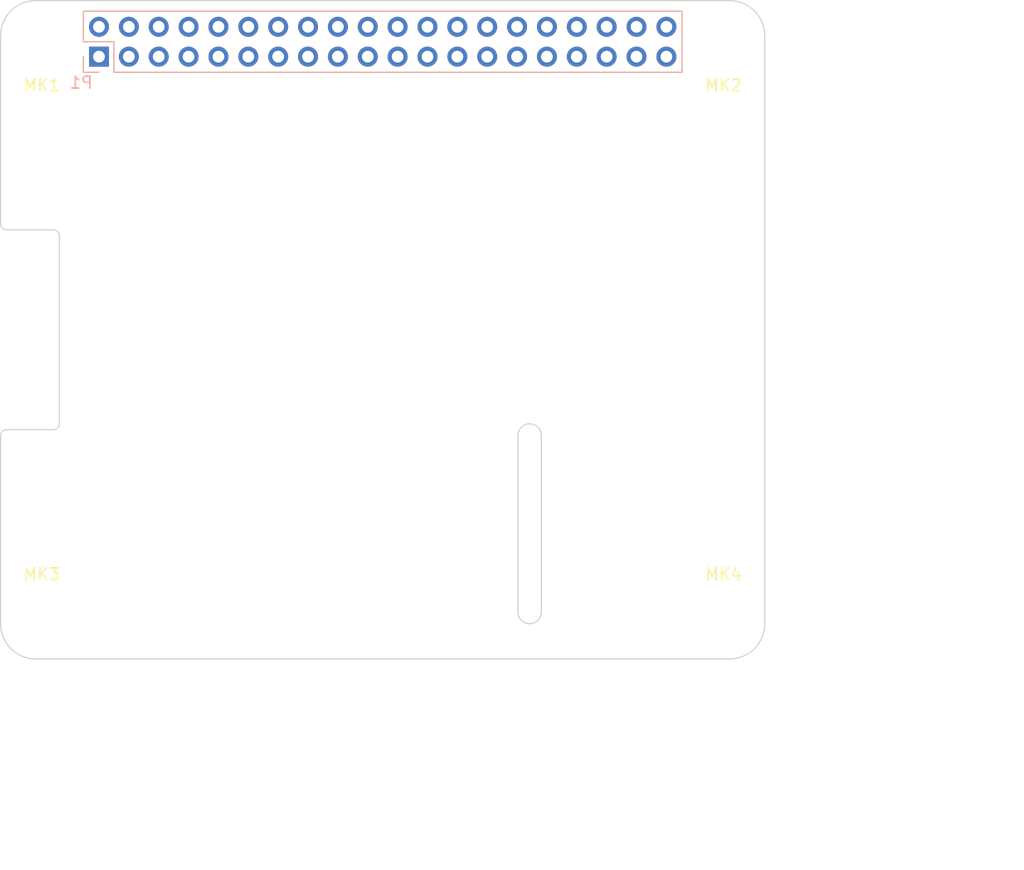
<source format=kicad_pcb>
(kicad_pcb (version 20211014) (generator pcbnew)
  (title_block (date "15 nov 2012"))
  (layers (0 "F.Cu" signal) (31 "B.Cu" signal) (34 "B.Paste" user) (35 "F.Paste" user) (36 "B.SilkS" user "B.Silkscreen") (37 "F.SilkS" user "F.Silkscreen") (38 "B.Mask" user) (39 "F.Mask" user) (44 "Edge.Cuts" user))
  (net 0 "")
  (net 1 "+3V3")
  (net 2 "+5V")
  (net 3 "GND")
  (net 4 "/ID_SD")
  (net 5 "/ID_SC")
  (net 6 "/GPIO5")
  (net 7 "/GPIO6")
  (net 8 "/GPIO26")
  (net 9 "/GPIO2(SDA1)")
  (net 10 "/GPIO3(SCL1)")
  (net 11 "/GPIO4(GCLK)")
  (net 12 "/GPIO14(TXD0)")
  (net 13 "/GPIO15(RXD0)")
  (net 14 "/GPIO17(GEN0)")
  (net 15 "/GPIO27(GEN2)")
  (net 16 "/GPIO22(GEN3)")
  (net 17 "/GPIO23(GEN4)")
  (net 18 "/GPIO24(GEN5)")
  (net 19 "/GPIO25(GEN6)")
  (net 20 "/GPIO18(GEN1)(PWM0)")
  (net 21 "/GPIO10(SPI0_MOSI)")
  (net 22 "/GPIO9(SPI0_MISO)")
  (net 23 "/GPIO11(SPI0_SCK)")
  (net 24 "/GPIO8(SPI0_CE_N)")
  (net 25 "/GPIO7(SPI1_CE_N)")
  (net 26 "/GPIO12(PWM0)")
  (net 27 "/GPIO13(PWM1)")
  (net 28 "/GPIO19(SPI1_MISO)")
  (net 29 "/GPIO16")
  (net 30 "/GPIO20(SPI1_MOSI)")
  (net 31 "/GPIO21(SPI1_SCK)")
  (footprint "MountingHole:MountingHole_2.7mm_M2.5" (layer "F.Cu") (at 203.5 97.5 180)
    (fp_text reference "MK1" (at 0 -3.7 180) (layer "F.SilkS"))
    (fp_text value "M2.5")
    (pad "" np_thru_hole circle locked (at 0 0 180) (size 2.7 2.7) (drill 2.7) (layers *.Cu *.Mask))
  )
  (footprint "MountingHole:MountingHole_2.7mm_M2.5" (layer "F.Cu") (at 261.5 97.5 180)
    (fp_text reference "MK2" (at 0 -3.7 180) (layer "F.SilkS"))
    (fp_text value "M2.5")
    (pad "" np_thru_hole circle locked (at 0 0 180) (size 2.7 2.7) (drill 2.7) (layers *.Cu *.Mask))
  )
  (footprint "MountingHole:MountingHole_2.7mm_M2.5" (layer "F.Cu") (at 203.5 146.5)
    (fp_text reference "MK3" (at 0 -3.7) (layer "F.SilkS"))
    (fp_text value "M2.5")
    (pad "" np_thru_hole circle locked (at 0 0) (size 2.7 2.7) (drill 2.7) (layers *.Cu *.Mask))
  )
  (footprint "MountingHole:MountingHole_2.7mm_M2.5" (layer "F.Cu") (at 261.5 146.5)
    (fp_text reference "MK4" (at 0 -3.7) (layer "F.SilkS"))
    (fp_text value "M2.5")
    (pad "" np_thru_hole circle locked (at 0 0) (size 2.7 2.7) (drill 2.7) (layers *.Cu *.Mask))
  )
  (footprint "Connector_PinSocket_2.54mm:PinSocket_2x20_P2.54mm_Vertical" (layer "B.Cu") (at 208.37 98.77 -90)
    (fp_text reference "P1" (at 2.208 1.512) (layer "B.SilkS") (effects (justify mirror)))
    (fp_text value "Conn_02x20_Odd_Even")
    (fp_line (start -3.87 -49.59) (end 1.33 -49.59) (layer "B.SilkS") (width 0.12))
    (fp_line (start 1.33 -1.27) (end 1.33 -49.59) (layer "B.SilkS") (width 0.12))
    (fp_line (start 0 1.33) (end 1.33 1.33) (layer "B.SilkS") (width 0.12))
    (fp_line (start -3.87 1.33) (end -1.27 1.33) (layer "B.SilkS") (width 0.12))
    (fp_line (start 1.33 1.33) (end 1.33 0) (layer "B.SilkS") (width 0.12))
    (fp_line (start -1.27 1.33) (end -1.27 -1.27) (layer "B.SilkS") (width 0.12))
    (fp_line (start -1.27 -1.27) (end 1.33 -1.27) (layer "B.SilkS") (width 0.12))
    (fp_line (start -3.87 1.33) (end -3.87 -49.59) (layer "B.SilkS") (width 0.12))
    (pad "1" thru_hole rect locked (at 0 0 270) (size 1.7 1.7) (drill 1) (layers *.Cu *.Mask) (net 1 "+3V3"))
    (pad "2" thru_hole oval locked (at -2.54 0 270) (size 1.7 1.7) (drill 1) (layers *.Cu *.Mask) (net 2 "+5V"))
    (pad "3" thru_hole oval locked (at 0 -2.54 270) (size 1.7 1.7) (drill 1) (layers *.Cu *.Mask) (net 9 "/GPIO2(SDA1)"))
    (pad "4" thru_hole oval locked (at -2.54 -2.54 270) (size 1.7 1.7) (drill 1) (layers *.Cu *.Mask) (net 2 "+5V"))
    (pad "5" thru_hole oval locked (at 0 -5.08 270) (size 1.7 1.7) (drill 1) (layers *.Cu *.Mask) (net 10 "/GPIO3(SCL1)"))
    (pad "6" thru_hole oval locked (at -2.54 -5.08 270) (size 1.7 1.7) (drill 1) (layers *.Cu *.Mask) (net 3 "GND"))
    (pad "7" thru_hole oval locked (at 0 -7.62 270) (size 1.7 1.7) (drill 1) (layers *.Cu *.Mask) (net 11 "/GPIO4(GCLK)"))
    (pad "8" thru_hole oval locked (at -2.54 -7.62 270) (size 1.7 1.7) (drill 1) (layers *.Cu *.Mask) (net 12 "/GPIO14(TXD0)"))
    (pad "9" thru_hole oval locked (at 0 -10.16 270) (size 1.7 1.7) (drill 1) (layers *.Cu *.Mask) (net 3 "GND"))
    (pad "10" thru_hole oval locked (at -2.54 -10.16 270) (size 1.7 1.7) (drill 1) (layers *.Cu *.Mask) (net 13 "/GPIO15(RXD0)"))
    (pad "11" thru_hole oval locked (at 0 -12.7 270) (size 1.7 1.7) (drill 1) (layers *.Cu *.Mask) (net 14 "/GPIO17(GEN0)"))
    (pad "12" thru_hole oval locked (at -2.54 -12.7 270) (size 1.7 1.7) (drill 1) (layers *.Cu *.Mask) (net 20 "/GPIO18(GEN1)(PWM0)"))
    (pad "13" thru_hole oval locked (at 0 -15.24 270) (size 1.7 1.7) (drill 1) (layers *.Cu *.Mask) (net 15 "/GPIO27(GEN2)"))
    (pad "14" thru_hole oval locked (at -2.54 -15.24 270) (size 1.7 1.7) (drill 1) (layers *.Cu *.Mask) (net 3 "GND"))
    (pad "15" thru_hole oval locked (at 0 -17.78 270) (size 1.7 1.7) (drill 1) (layers *.Cu *.Mask) (net 16 "/GPIO22(GEN3)"))
    (pad "16" thru_hole oval locked (at -2.54 -17.78 270) (size 1.7 1.7) (drill 1) (layers *.Cu *.Mask) (net 17 "/GPIO23(GEN4)"))
    (pad "17" thru_hole oval locked (at 0 -20.32 270) (size 1.7 1.7) (drill 1) (layers *.Cu *.Mask) (net 1 "+3V3"))
    (pad "18" thru_hole oval locked (at -2.54 -20.32 270) (size 1.7 1.7) (drill 1) (layers *.Cu *.Mask) (net 18 "/GPIO24(GEN5)"))
    (pad "19" thru_hole oval locked (at 0 -22.86 270) (size 1.7 1.7) (drill 1) (layers *.Cu *.Mask) (net 21 "/GPIO10(SPI0_MOSI)"))
    (pad "20" thru_hole oval locked (at -2.54 -22.86 270) (size 1.7 1.7) (drill 1) (layers *.Cu *.Mask) (net 3 "GND"))
    (pad "21" thru_hole oval locked (at 0 -25.4 270) (size 1.7 1.7) (drill 1) (layers *.Cu *.Mask) (net 22 "/GPIO9(SPI0_MISO)"))
    (pad "22" thru_hole oval locked (at -2.54 -25.4 270) (size 1.7 1.7) (drill 1) (layers *.Cu *.Mask) (net 19 "/GPIO25(GEN6)"))
    (pad "23" thru_hole oval locked (at 0 -27.94 270) (size 1.7 1.7) (drill 1) (layers *.Cu *.Mask) (net 23 "/GPIO11(SPI0_SCK)"))
    (pad "24" thru_hole oval locked (at -2.54 -27.94 270) (size 1.7 1.7) (drill 1) (layers *.Cu *.Mask) (net 24 "/GPIO8(SPI0_CE_N)"))
    (pad "25" thru_hole oval locked (at 0 -30.48 270) (size 1.7 1.7) (drill 1) (layers *.Cu *.Mask) (net 3 "GND"))
    (pad "26" thru_hole oval locked (at -2.54 -30.48 270) (size 1.7 1.7) (drill 1) (layers *.Cu *.Mask) (net 25 "/GPIO7(SPI1_CE_N)"))
    (pad "27" thru_hole oval locked (at 0 -33.02 270) (size 1.7 1.7) (drill 1) (layers *.Cu *.Mask) (net 4 "/ID_SD"))
    (pad "28" thru_hole oval locked (at -2.54 -33.02 270) (size 1.7 1.7) (drill 1) (layers *.Cu *.Mask) (net 5 "/ID_SC"))
    (pad "29" thru_hole oval locked (at 0 -35.56 270) (size 1.7 1.7) (drill 1) (layers *.Cu *.Mask) (net 6 "/GPIO5"))
    (pad "30" thru_hole oval locked (at -2.54 -35.56 270) (size 1.7 1.7) (drill 1) (layers *.Cu *.Mask) (net 3 "GND"))
    (pad "31" thru_hole oval locked (at 0 -38.1 270) (size 1.7 1.7) (drill 1) (layers *.Cu *.Mask) (net 7 "/GPIO6"))
    (pad "32" thru_hole oval locked (at -2.54 -38.1 270) (size 1.7 1.7) (drill 1) (layers *.Cu *.Mask) (net 26 "/GPIO12(PWM0)"))
    (pad "33" thru_hole oval locked (at 0 -40.64 270) (size 1.7 1.7) (drill 1) (layers *.Cu *.Mask) (net 27 "/GPIO13(PWM1)"))
    (pad "34" thru_hole oval locked (at -2.54 -40.64 270) (size 1.7 1.7) (drill 1) (layers *.Cu *.Mask) (net 3 "GND"))
    (pad "35" thru_hole oval locked (at 0 -43.18 270) (size 1.7 1.7) (drill 1) (layers *.Cu *.Mask) (net 28 "/GPIO19(SPI1_MISO)"))
    (pad "36" thru_hole oval locked (at -2.54 -43.18 270) (size 1.7 1.7) (drill 1) (layers *.Cu *.Mask) (net 29 "/GPIO16"))
    (pad "37" thru_hole oval locked (at 0 -45.72 270) (size 1.7 1.7) (drill 1) (layers *.Cu *.Mask) (net 8 "/GPIO26"))
    (pad "38" thru_hole oval locked (at -2.54 -45.72 270) (size 1.7 1.7) (drill 1) (layers *.Cu *.Mask) (net 30 "/GPIO20(SPI1_MOSI)"))
    (pad "39" thru_hole oval locked (at 0 -48.26 270) (size 1.7 1.7) (drill 1) (layers *.Cu *.Mask) (net 3 "GND"))
    (pad "40" thru_hole oval locked (at -2.54 -48.26 270) (size 1.7 1.7) (drill 1) (layers *.Cu *.Mask) (net 31 "/GPIO21(SPI1_SCK)"))
  )
  (gr_arc (start 244 131) (mid 245 130) (end 246 131) (layer "Edge.Cuts") (width 0.1))
  (gr_arc (start 262 94) (mid 264.12132 94.87868) (end 265 97) (layer "Edge.Cuts") (width 0.1))
  (gr_line (start 204.5 130.5) (end 200.5 130.5) (layer "Edge.Cuts") (width 0.1))
  (gr_line (start 200 131) (end 200 147) (layer "Edge.Cuts") (width 0.1))
  (gr_line (start 205 114) (end 205 130) (layer "Edge.Cuts") (width 0.1))
  (gr_line (start 262 94) (end 203 94) (layer "Edge.Cuts") (width 0.1))
  (gr_arc (start 200 131) (mid 200.146138 130.646755) (end 200.499127 130.500001) (layer "Edge.Cuts") (width 0.1))
  (gr_line (start 246 131) (end 246 146) (layer "Edge.Cuts") (width 0.1))
  (gr_arc (start 205 130) (mid 204.853553 130.353553) (end 204.5 130.5) (layer "Edge.Cuts") (width 0.1))
  (gr_line (start 203 150) (end 262 150) (layer "Edge.Cuts") (width 0.1))
  (gr_arc (start 200 97) (mid 200.87868 94.87868) (end 203 94) (layer "Edge.Cuts") (width 0.1))
  (gr_arc (start 200.5 113.5) (mid 200.146447 113.353553) (end 200 113) (layer "Edge.Cuts") (width 0.1))
  (gr_arc (start 246 146) (mid 245 147) (end 244 146) (layer "Edge.Cuts") (width 0.1))
  (gr_arc (start 203 150) (mid 200.87868 149.12132) (end 200 147) (layer "Edge.Cuts") (width 0.1))
  (gr_arc (start 204.5 113.5) (mid 204.853553 113.646447) (end 205 114) (layer "Edge.Cuts") (width 0.1))
  (gr_arc (start 265 147) (mid 264.12132 149.12132) (end 262 150) (layer "Edge.Cuts") (width 0.1))
  (gr_line (start 265 147) (end 265 97) (layer "Edge.Cuts") (width 0.1))
  (gr_line (start 200 97) (end 200 113) (layer "Edge.Cuts") (width 0.1))
  (gr_line (start 200.5 113.5) (end 204.5 113.5) (layer "Edge.Cuts") (width 0.1))
  (gr_line (start 244 146) (end 244 131) (layer "Edge.Cuts") (width 0.1))
)
</source>
